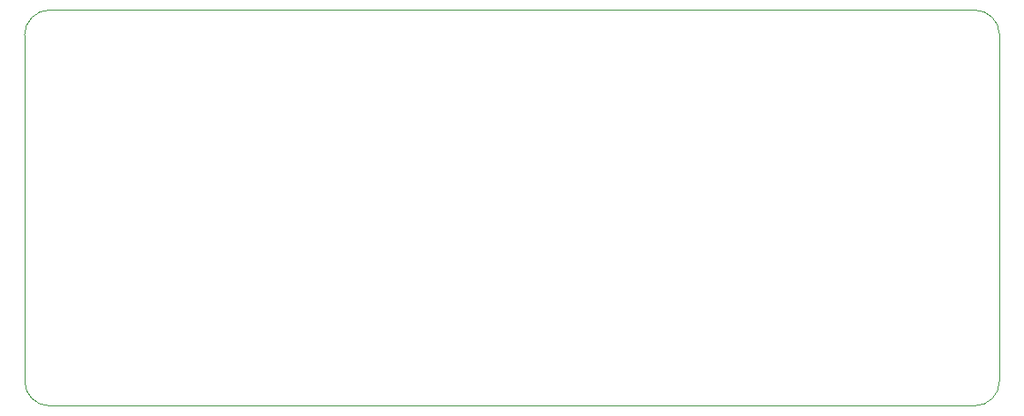
<source format=gbr>
G04 #@! TF.GenerationSoftware,KiCad,Pcbnew,(5.1.4-0-10_14)*
G04 #@! TF.CreationDate,2020-08-22T16:13:25+02:00*
G04 #@! TF.ProjectId,keyboard-pcb-tutorial,6b657962-6f61-4726-942d-7063622d7475,rev?*
G04 #@! TF.SameCoordinates,Original*
G04 #@! TF.FileFunction,Profile,NP*
%FSLAX46Y46*%
G04 Gerber Fmt 4.6, Leading zero omitted, Abs format (unit mm)*
G04 Created by KiCad (PCBNEW (5.1.4-0-10_14)) date 2020-08-22 16:13:25*
%MOMM*%
%LPD*%
G04 APERTURE LIST*
%ADD10C,0.050000*%
G04 APERTURE END LIST*
D10*
X134937500Y-129381250D02*
X134937500Y-162718750D01*
X226218750Y-127000000D02*
X137318750Y-127000000D01*
X228600000Y-162718750D02*
X228600000Y-129381250D01*
X137318750Y-165100000D02*
X226218750Y-165100000D01*
X137318750Y-165100000D02*
G75*
G02X134937500Y-162718750I0J2381250D01*
G01*
X134937500Y-129381250D02*
G75*
G02X137318750Y-127000000I2381250J0D01*
G01*
X228600000Y-162718750D02*
G75*
G02X226218750Y-165100000I-2381250J0D01*
G01*
X226218750Y-127000000D02*
G75*
G02X228600000Y-129381250I0J-2381250D01*
G01*
M02*

</source>
